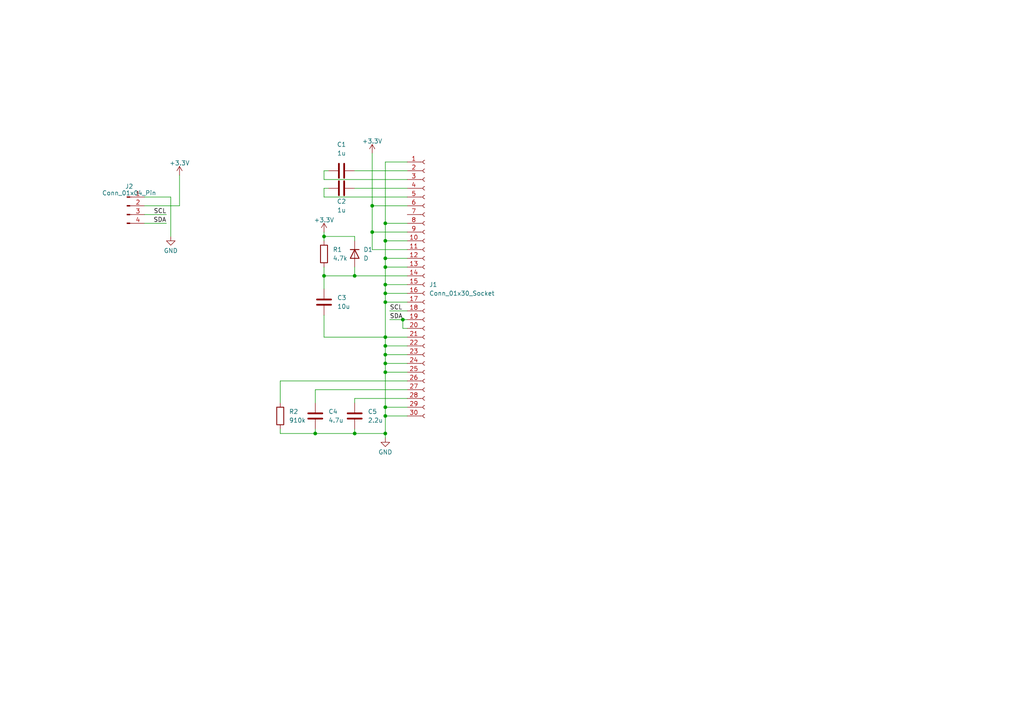
<source format=kicad_sch>
(kicad_sch (version 20231120) (generator "eeschema") (generator_version "8.0")
  (paper "A4")
  (lib_symbols
    (symbol "Connector:Conn_01x04_Pin" (pin_names (offset 1.016) hide)
      (property "Reference" "J" (at 0 5.08 0))
      (property "Value" "Conn_01x04_Pin" (at 0 -7.62 0))
      (symbol "Conn_01x04_Pin_1_1"
        (polyline (pts (xy 1.27 -5.08) (xy 0.8636 -5.08)) (stroke (width 0.1524)))
        (polyline (pts (xy 1.27 -2.54) (xy 0.8636 -2.54)) (stroke (width 0.1524)))
        (polyline (pts (xy 1.27 0) (xy 0.8636 0)) (stroke (width 0.1524)))
        (polyline (pts (xy 1.27 2.54) (xy 0.8636 2.54)) (stroke (width 0.1524)))
        (rectangle (start 0.8636 -4.953) (end 0 -5.207) (stroke (width 0.1524)) (fill (type outline)))
        (rectangle (start 0.8636 -2.413) (end 0 -2.667) (stroke (width 0.1524)) (fill (type outline)))
        (rectangle (start 0.8636 0.127) (end 0 -0.127) (stroke (width 0.1524)) (fill (type outline)))
        (rectangle (start 0.8636 2.667) (end 0 2.413) (stroke (width 0.1524)) (fill (type outline)))
        (pin passive line (at 5.08 2.54 180) (length 3.81) (name "Pin_1") (number "1"))
        (pin passive line (at 5.08 0 180) (length 3.81) (name "Pin_2") (number "2"))
        (pin passive line (at 5.08 -2.54 180) (length 3.81) (name "Pin_3") (number "3"))
        (pin passive line (at 5.08 -5.08 180) (length 3.81) (name "Pin_4") (number "4"))
      )
    )
    (symbol "Connector:Conn_01x30_Socket" (pin_names (offset 1.016) hide)
      (property "Reference" "J" (at 0 38.1 0))
      (property "Value" "Conn_01x30_Socket" (at 0 -40.64 0))
      (symbol "Conn_01x30_Socket_1_1"
        (arc (start 0 -37.592) (mid -0.5058 -38.1) (end 0 -38.608) (stroke (width 0.1524)))
        (arc (start 0 -35.052) (mid -0.5058 -35.56) (end 0 -36.068) (stroke (width 0.1524)))
        (arc (start 0 -32.512) (mid -0.5058 -33.02) (end 0 -33.528) (stroke (width 0.1524)))
        (arc (start 0 -29.972) (mid -0.5058 -30.48) (end 0 -30.988) (stroke (width 0.1524)))
        (arc (start 0 -27.432) (mid -0.5058 -27.94) (end 0 -28.448) (stroke (width 0.1524)))
        (arc (start 0 -24.892) (mid -0.5058 -25.4) (end 0 -25.908) (stroke (width 0.1524)))
        (arc (start 0 -22.352) (mid -0.5058 -22.86) (end 0 -23.368) (stroke (width 0.1524)))
        (arc (start 0 -19.812) (mid -0.5058 -20.32) (end 0 -20.828) (stroke (width 0.1524)))
        (arc (start 0 -17.272) (mid -0.5058 -17.78) (end 0 -18.288) (stroke (width 0.1524)))
        (arc (start 0 -14.732) (mid -0.5058 -15.24) (end 0 -15.748) (stroke (width 0.1524)))
        (arc (start 0 -12.192) (mid -0.5058 -12.7) (end 0 -13.208) (stroke (width 0.1524)))
        (arc (start 0 -9.652) (mid -0.5058 -10.16) (end 0 -10.668) (stroke (width 0.1524)))
        (arc (start 0 -7.112) (mid -0.5058 -7.62) (end 0 -8.128) (stroke (width 0.1524)))
        (arc (start 0 -4.572) (mid -0.5058 -5.08) (end 0 -5.588) (stroke (width 0.1524)))
        (arc (start 0 -2.032) (mid -0.5058 -2.54) (end 0 -3.048) (stroke (width 0.1524)))
        (polyline (pts (xy -1.27 -38.1) (xy -0.508 -38.1)) (stroke (width 0.1524)))
        (polyline (pts (xy -1.27 -35.56) (xy -0.508 -35.56)) (stroke (width 0.1524)))
        (polyline (pts (xy -1.27 -33.02) (xy -0.508 -33.02)) (stroke (width 0.1524)))
        (polyline (pts (xy -1.27 -30.48) (xy -0.508 -30.48)) (stroke (width 0.1524)))
        (polyline (pts (xy -1.27 -27.94) (xy -0.508 -27.94)) (stroke (width 0.1524)))
        (polyline (pts (xy -1.27 -25.4) (xy -0.508 -25.4)) (stroke (width 0.1524)))
        (polyline (pts (xy -1.27 -22.86) (xy -0.508 -22.86)) (stroke (width 0.1524)))
        (polyline (pts (xy -1.27 -20.32) (xy -0.508 -20.32)) (stroke (width 0.1524)))
        (polyline (pts (xy -1.27 -17.78) (xy -0.508 -17.78)) (stroke (width 0.1524)))
        (polyline (pts (xy -1.27 -15.24) (xy -0.508 -15.24)) (stroke (width 0.1524)))
        (polyline (pts (xy -1.27 -12.7) (xy -0.508 -12.7)) (stroke (width 0.1524)))
        (polyline (pts (xy -1.27 -10.16) (xy -0.508 -10.16)) (stroke (width 0.1524)))
        (polyline (pts (xy -1.27 -7.62) (xy -0.508 -7.62)) (stroke (width 0.1524)))
        (polyline (pts (xy -1.27 -5.08) (xy -0.508 -5.08)) (stroke (width 0.1524)))
        (polyline (pts (xy -1.27 -2.54) (xy -0.508 -2.54)) (stroke (width 0.1524)))
        (polyline (pts (xy -1.27 0) (xy -0.508 0)) (stroke (width 0.1524)))
        (polyline (pts (xy -1.27 2.54) (xy -0.508 2.54)) (stroke (width 0.1524)))
        (polyline (pts (xy -1.27 5.08) (xy -0.508 5.08)) (stroke (width 0.1524)))
        (polyline (pts (xy -1.27 7.62) (xy -0.508 7.62)) (stroke (width 0.1524)))
        (polyline (pts (xy -1.27 10.16) (xy -0.508 10.16)) (stroke (width 0.1524)))
        (polyline (pts (xy -1.27 12.7) (xy -0.508 12.7)) (stroke (width 0.1524)))
        (polyline (pts (xy -1.27 15.24) (xy -0.508 15.24)) (stroke (width 0.1524)))
        (polyline (pts (xy -1.27 17.78) (xy -0.508 17.78)) (stroke (width 0.1524)))
        (polyline (pts (xy -1.27 20.32) (xy -0.508 20.32)) (stroke (width 0.1524)))
        (polyline (pts (xy -1.27 22.86) (xy -0.508 22.86)) (stroke (width 0.1524)))
        (polyline (pts (xy -1.27 25.4) (xy -0.508 25.4)) (stroke (width 0.1524)))
        (polyline (pts (xy -1.27 27.94) (xy -0.508 27.94)) (stroke (width 0.1524)))
        (polyline (pts (xy -1.27 30.48) (xy -0.508 30.48)) (stroke (width 0.1524)))
        (polyline (pts (xy -1.27 33.02) (xy -0.508 33.02)) (stroke (width 0.1524)))
        (polyline (pts (xy -1.27 35.56) (xy -0.508 35.56)) (stroke (width 0.1524)))
        (arc (start 0 0.508) (mid -0.5058 0) (end 0 -0.508) (stroke (width 0.1524)))
        (arc (start 0 3.048) (mid -0.5058 2.54) (end 0 2.032) (stroke (width 0.1524)))
        (arc (start 0 5.588) (mid -0.5058 5.08) (end 0 4.572) (stroke (width 0.1524)))
        (arc (start 0 8.128) (mid -0.5058 7.62) (end 0 7.112) (stroke (width 0.1524)))
        (arc (start 0 10.668) (mid -0.5058 10.16) (end 0 9.652) (stroke (width 0.1524)))
        (arc (start 0 13.208) (mid -0.5058 12.7) (end 0 12.192) (stroke (width 0.1524)))
        (arc (start 0 15.748) (mid -0.5058 15.24) (end 0 14.732) (stroke (width 0.1524)))
        (arc (start 0 18.288) (mid -0.5058 17.78) (end 0 17.272) (stroke (width 0.1524)))
        (arc (start 0 20.828) (mid -0.5058 20.32) (end 0 19.812) (stroke (width 0.1524)))
        (arc (start 0 23.368) (mid -0.5058 22.86) (end 0 22.352) (stroke (width 0.1524)))
        (arc (start 0 25.908) (mid -0.5058 25.4) (end 0 24.892) (stroke (width 0.1524)))
        (arc (start 0 28.448) (mid -0.5058 27.94) (end 0 27.432) (stroke (width 0.1524)))
        (arc (start 0 30.988) (mid -0.5058 30.48) (end 0 29.972) (stroke (width 0.1524)))
        (arc (start 0 33.528) (mid -0.5058 33.02) (end 0 32.512) (stroke (width 0.1524)))
        (arc (start 0 36.068) (mid -0.5058 35.56) (end 0 35.052) (stroke (width 0.1524)))
        (pin passive line (at -5.08 35.56 0) (length 3.81) (name "Pin_1") (number "1"))
        (pin passive line (at -5.08 12.7 0) (length 3.81) (name "Pin_10") (number "10"))
        (pin passive line (at -5.08 10.16 0) (length 3.81) (name "Pin_11") (number "11"))
        (pin passive line (at -5.08 7.62 0) (length 3.81) (name "Pin_12") (number "12"))
        (pin passive line (at -5.08 5.08 0) (length 3.81) (name "Pin_13") (number "13"))
        (pin passive line (at -5.08 2.54 0) (length 3.81) (name "Pin_14") (number "14"))
        (pin passive line (at -5.08 0 0) (length 3.81) (name "Pin_15") (number "15"))
        (pin passive line (at -5.08 -2.54 0) (length 3.81) (name "Pin_16") (number "16"))
        (pin passive line (at -5.08 -5.08 0) (length 3.81) (name "Pin_17") (number "17"))
        (pin passive line (at -5.08 -7.62 0) (length 3.81) (name "Pin_18") (number "18"))
        (pin passive line (at -5.08 -10.16 0) (length 3.81) (name "Pin_19") (number "19"))
        (pin passive line (at -5.08 33.02 0) (length 3.81) (name "Pin_2") (number "2"))
        (pin passive line (at -5.08 -12.7 0) (length 3.81) (name "Pin_20") (number "20"))
        (pin passive line (at -5.08 -15.24 0) (length 3.81) (name "Pin_21") (number "21"))
        (pin passive line (at -5.08 -17.78 0) (length 3.81) (name "Pin_22") (number "22"))
        (pin passive line (at -5.08 -20.32 0) (length 3.81) (name "Pin_23") (number "23"))
        (pin passive line (at -5.08 -22.86 0) (length 3.81) (name "Pin_24") (number "24"))
        (pin passive line (at -5.08 -25.4 0) (length 3.81) (name "Pin_25") (number "25"))
        (pin passive line (at -5.08 -27.94 0) (length 3.81) (name "Pin_26") (number "26"))
        (pin passive line (at -5.08 -30.48 0) (length 3.81) (name "Pin_27") (number "27"))
        (pin passive line (at -5.08 -33.02 0) (length 3.81) (name "Pin_28") (number "28"))
        (pin passive line (at -5.08 -35.56 0) (length 3.81) (name "Pin_29") (number "29"))
        (pin passive line (at -5.08 30.48 0) (length 3.81) (name "Pin_3") (number "3"))
        (pin passive line (at -5.08 -38.1 0) (length 3.81) (name "Pin_30") (number "30"))
        (pin passive line (at -5.08 27.94 0) (length 3.81) (name "Pin_4") (number "4"))
        (pin passive line (at -5.08 25.4 0) (length 3.81) (name "Pin_5") (number "5"))
        (pin passive line (at -5.08 22.86 0) (length 3.81) (name "Pin_6") (number "6"))
        (pin passive line (at -5.08 20.32 0) (length 3.81) (name "Pin_7") (number "7"))
        (pin passive line (at -5.08 17.78 0) (length 3.81) (name "Pin_8") (number "8"))
        (pin passive line (at -5.08 15.24 0) (length 3.81) (name "Pin_9") (number "9"))
      )
    )
    (symbol "Device:C" (pin_numbers hide) (pin_names (offset 0.254))
      (property "Reference" "C" (at 0.635 2.54 0))
      (property "Value" "C" (at 0.635 -2.54 0))
      (symbol "C_0_1"
        (polyline (pts (xy -2.032 -0.762) (xy 2.032 -0.762)) (stroke (width 0.508)))
        (polyline (pts (xy -2.032 0.762) (xy 2.032 0.762)) (stroke (width 0.508)))
      )
      (symbol "C_1_1"
        (pin passive line (at 0 3.81 270) (length 2.794) (name "~") (number "1"))
        (pin passive line (at 0 -3.81 90) (length 2.794) (name "~") (number "2"))
      )
    )
    (symbol "Device:D" (pin_numbers hide) (pin_names (offset 1.016) hide)
      (property "Reference" "D" (at 0 2.54 0))
      (property "Value" "D" (at 0 -2.54 0))
      (symbol "D_0_1"
        (polyline (pts (xy -1.27 1.27) (xy -1.27 -1.27)) (stroke (width 0.254)))
        (polyline (pts (xy 1.27 0) (xy -1.27 0)))
        (polyline (pts (xy 1.27 1.27) (xy 1.27 -1.27) (xy -1.27 0) (xy 1.27 1.27)) (stroke (width 0.254)))
      )
      (symbol "D_1_1"
        (pin passive line (at -3.81 0 0) (length 2.54) (name "K") (number "1"))
        (pin passive line (at 3.81 0 180) (length 2.54) (name "A") (number "2"))
      )
    )
    (symbol "Device:R" (pin_numbers hide) (pin_names (offset 0))
      (property "Reference" "R" (at 2.032 0 90))
      (property "Value" "R" (at 0 0 90))
      (symbol "R_0_1"
        (rectangle (start -1.016 -2.54) (end 1.016 2.54) (stroke (width 0.254)))
      )
      (symbol "R_1_1"
        (pin passive line (at 0 3.81 270) (length 1.27) (name "~") (number "1"))
        (pin passive line (at 0 -3.81 90) (length 1.27) (name "~") (number "2"))
      )
    )
    (symbol "power:+3.3V" (power) (pin_names (offset 0))
      (property "Value" "+3.3V" (at 0 3.556 0))
      (symbol "+3.3V_0_1"
        (polyline (pts (xy -0.762 1.27) (xy 0 2.54)))
        (polyline (pts (xy 0 0) (xy 0 2.54)))
        (polyline (pts (xy 0 2.54) (xy 0.762 1.27)))
      )
      (symbol "+3.3V_1_1"
        (pin power_in line (at 0 0 90) (length 0) hide (name "+3.3V") (number "1"))
      )
    )
    (symbol "power:GND" (power) (pin_names (offset 0))
      (property "Value" "GND" (at 0 -3.81 0))
      (symbol "GND_0_1"
        (polyline (pts (xy 0 0) (xy 0 -1.27) (xy 1.27 -1.27) (xy 0 -2.54) (xy -1.27 -1.27) (xy 0 -1.27)))
      )
      (symbol "GND_1_1"
        (pin power_in line (at 0 0 270) (length 0) hide (name "GND") (number "1"))
      )
    )
  )
  (junction (at 111.76 85.09))
  (junction (at 111.76 97.79))
  (junction (at 107.95 59.69))
  (junction (at 111.76 64.77))
  (junction (at 102.87 80.01))
  (junction (at 111.76 125.73))
  (junction (at 111.76 100.33))
  (junction (at 111.76 120.65))
  (junction (at 93.98 68.58))
  (junction (at 111.76 74.93))
  (junction (at 111.76 82.55))
  (junction (at 111.76 107.95))
  (junction (at 111.76 118.11))
  (junction (at 102.87 125.73))
  (junction (at 111.76 87.63))
  (junction (at 116.84 92.71))
  (junction (at 111.76 69.85))
  (junction (at 107.95 67.31))
  (junction (at 91.44 125.73))
  (junction (at 111.76 102.87))
  (junction (at 111.76 77.47))
  (junction (at 93.98 80.01))
  (junction (at 111.76 105.41))
  (wire (pts (xy 93.98 97.79) (xy 111.76 97.79)))
  (wire (pts (xy 93.98 68.58) (xy 102.87 68.58)))
  (wire (pts (xy 111.76 102.87) (xy 111.76 105.41)))
  (wire (pts (xy 93.98 68.58) (xy 93.98 69.85)))
  (wire (pts (xy 81.28 110.49) (xy 81.28 116.84)))
  (wire (pts (xy 113.03 92.71) (xy 116.84 92.71)))
  (wire (pts (xy 49.53 57.15) (xy 49.53 68.58)))
  (wire (pts (xy 111.76 125.73) (xy 111.76 127)))
  (wire (pts (xy 111.76 100.33) (xy 111.76 102.87)))
  (wire (pts (xy 52.07 50.8) (xy 52.07 59.69)))
  (wire (pts (xy 118.11 72.39) (xy 107.95 72.39)))
  (wire (pts (xy 102.87 115.57) (xy 118.11 115.57)))
  (wire (pts (xy 93.98 52.07) (xy 93.98 49.53)))
  (wire (pts (xy 93.98 80.01) (xy 102.87 80.01)))
  (wire (pts (xy 93.98 91.44) (xy 93.98 97.79)))
  (wire (pts (xy 81.28 124.46) (xy 81.28 125.73)))
  (wire (pts (xy 41.91 59.69) (xy 52.07 59.69)))
  (wire (pts (xy 111.76 74.93) (xy 118.11 74.93)))
  (wire (pts (xy 107.95 67.31) (xy 107.95 59.69)))
  (wire (pts (xy 111.76 97.79) (xy 111.76 100.33)))
  (wire (pts (xy 91.44 113.03) (xy 118.11 113.03)))
  (wire (pts (xy 91.44 124.46) (xy 91.44 125.73)))
  (wire (pts (xy 118.11 52.07) (xy 93.98 52.07)))
  (wire (pts (xy 111.76 77.47) (xy 111.76 82.55)))
  (wire (pts (xy 102.87 125.73) (xy 111.76 125.73)))
  (wire (pts (xy 118.11 59.69) (xy 107.95 59.69)))
  (wire (pts (xy 111.76 85.09) (xy 111.76 87.63)))
  (wire (pts (xy 111.76 82.55) (xy 118.11 82.55)))
  (wire (pts (xy 102.87 115.57) (xy 102.87 116.84)))
  (wire (pts (xy 118.11 118.11) (xy 111.76 118.11)))
  (wire (pts (xy 111.76 77.47) (xy 118.11 77.47)))
  (wire (pts (xy 111.76 69.85) (xy 111.76 74.93)))
  (wire (pts (xy 93.98 80.01) (xy 93.98 83.82)))
  (wire (pts (xy 116.84 92.71) (xy 118.11 92.71)))
  (wire (pts (xy 48.26 62.23) (xy 41.91 62.23)))
  (wire (pts (xy 111.76 102.87) (xy 118.11 102.87)))
  (wire (pts (xy 111.76 105.41) (xy 118.11 105.41)))
  (wire (pts (xy 111.76 85.09) (xy 118.11 85.09)))
  (wire (pts (xy 41.91 64.77) (xy 48.26 64.77)))
  (wire (pts (xy 118.11 57.15) (xy 93.98 57.15)))
  (wire (pts (xy 113.03 90.17) (xy 118.11 90.17)))
  (wire (pts (xy 111.76 118.11) (xy 111.76 120.65)))
  (wire (pts (xy 107.95 59.69) (xy 107.95 44.45)))
  (wire (pts (xy 111.76 87.63) (xy 118.11 87.63)))
  (wire (pts (xy 111.76 120.65) (xy 111.76 125.73)))
  (wire (pts (xy 116.84 95.25) (xy 116.84 92.71)))
  (wire (pts (xy 111.76 107.95) (xy 111.76 118.11)))
  (wire (pts (xy 102.87 77.47) (xy 102.87 80.01)))
  (wire (pts (xy 111.76 105.41) (xy 111.76 107.95)))
  (wire (pts (xy 118.11 80.01) (xy 102.87 80.01)))
  (wire (pts (xy 111.76 87.63) (xy 111.76 97.79)))
  (wire (pts (xy 111.76 97.79) (xy 118.11 97.79)))
  (wire (pts (xy 102.87 54.61) (xy 118.11 54.61)))
  (wire (pts (xy 118.11 110.49) (xy 81.28 110.49)))
  (wire (pts (xy 111.76 64.77) (xy 111.76 69.85)))
  (wire (pts (xy 93.98 49.53) (xy 95.25 49.53)))
  (wire (pts (xy 118.11 95.25) (xy 116.84 95.25)))
  (wire (pts (xy 93.98 57.15) (xy 93.98 54.61)))
  (wire (pts (xy 111.76 100.33) (xy 118.11 100.33)))
  (wire (pts (xy 81.28 125.73) (xy 91.44 125.73)))
  (wire (pts (xy 102.87 124.46) (xy 102.87 125.73)))
  (wire (pts (xy 93.98 77.47) (xy 93.98 80.01)))
  (wire (pts (xy 107.95 72.39) (xy 107.95 67.31)))
  (wire (pts (xy 41.91 57.15) (xy 49.53 57.15)))
  (wire (pts (xy 93.98 67.31) (xy 93.98 68.58)))
  (wire (pts (xy 111.76 69.85) (xy 118.11 69.85)))
  (wire (pts (xy 91.44 113.03) (xy 91.44 116.84)))
  (wire (pts (xy 102.87 49.53) (xy 118.11 49.53)))
  (wire (pts (xy 111.76 74.93) (xy 111.76 77.47)))
  (wire (pts (xy 118.11 67.31) (xy 107.95 67.31)))
  (wire (pts (xy 91.44 125.73) (xy 102.87 125.73)))
  (wire (pts (xy 111.76 46.99) (xy 111.76 64.77)))
  (wire (pts (xy 111.76 107.95) (xy 118.11 107.95)))
  (wire (pts (xy 118.11 120.65) (xy 111.76 120.65)))
  (wire (pts (xy 118.11 64.77) (xy 111.76 64.77)))
  (wire (pts (xy 118.11 46.99) (xy 111.76 46.99)))
  (wire (pts (xy 111.76 82.55) (xy 111.76 85.09)))
  (wire (pts (xy 93.98 54.61) (xy 95.25 54.61)))
  (wire (pts (xy 102.87 69.85) (xy 102.87 68.58)))
  (label "SDA" (at 113.03 92.71 0))
  (label "SDA" (at 48.26 64.77 180))
  (label "SCL" (at 113.03 90.17 0))
  (label "SCL" (at 48.26 62.23 180))
  (symbol (lib_id "Device:C") (at 99.06 54.61 90) (unit 1)
    (property "Reference" "C2" (at 99.06 58.42 90))
    (property "Value" "1u" (at 99.06 60.96 90))
    (property "Footprint" "Capacitor_SMD:C_0603_1608Metric" (effects (hide yes)))
  )
  (symbol (lib_id "Device:C") (at 102.87 120.65 180) (unit 1)
    (property "Reference" "C5" (at 106.68 119.38 0) (effects (justify right)))
    (property "Value" "2.2u" (at 106.68 121.92 0) (effects (justify right)))
    (property "Footprint" "Capacitor_SMD:C_0603_1608Metric" (effects (hide yes)))
  )
  (symbol (lib_id "Device:R") (at 81.28 120.65 180) (unit 1)
    (property "Reference" "R2" (at 83.82 119.38 0) (effects (justify right)))
    (property "Value" "910k" (at 83.82 121.92 0) (effects (justify right)))
    (property "Footprint" "Resistor_SMD:R_0603_1608Metric" (effects (hide yes)))
  )
  (symbol (lib_id "power:+3.3V") (at 93.98 67.31 0) (unit 1)
    (property "Reference" "#PWR02" (effects (hide yes)))
    (property "Value" "+3.3V" (at 93.98 63.8081 0))
  )
  (symbol (lib_id "Device:R") (at 93.98 73.66 180) (unit 1)
    (property "Reference" "R1" (at 96.52 72.39 0) (effects (justify right)))
    (property "Value" "4.7k" (at 96.52 74.93 0) (effects (justify right)))
    (property "Footprint" "Resistor_SMD:R_0603_1608Metric" (effects (hide yes)))
  )
  (symbol (lib_id "Device:C") (at 93.98 87.63 180) (unit 1)
    (property "Reference" "C3" (at 97.79 86.36 0) (effects (justify right)))
    (property "Value" "10u" (at 97.79 88.9 0) (effects (justify right)))
    (property "Footprint" "Capacitor_SMD:C_0603_1608Metric" (effects (hide yes)))
  )
  (symbol (lib_id "Device:C") (at 91.44 120.65 180) (unit 1)
    (property "Reference" "C4" (at 95.25 119.38 0) (effects (justify right)))
    (property "Value" "4.7u" (at 95.25 121.92 0) (effects (justify right)))
    (property "Footprint" "Capacitor_SMD:C_0603_1608Metric" (effects (hide yes)))
  )
  (symbol (lib_id "power:+3.3V") (at 52.07 50.8 0) (unit 1)
    (property "Reference" "#PWR04" (effects (hide yes)))
    (property "Value" "+3.3V" (at 52.07 47.2981 0))
  )
  (symbol (lib_id "Device:C") (at 99.06 49.53 90) (unit 1)
    (property "Reference" "C1" (at 99.06 41.91 90))
    (property "Value" "1u" (at 99.06 44.45 90))
    (property "Footprint" "Capacitor_SMD:C_0603_1608Metric" (effects (hide yes)))
  )
  (symbol (lib_id "power:+3.3V") (at 107.95 44.45 0) (unit 1)
    (property "Reference" "#PWR01" (effects (hide yes)))
    (property "Value" "+3.3V" (at 107.95 40.9481 0))
  )
  (symbol (lib_id "power:GND") (at 49.53 68.58 0) (unit 1)
    (property "Reference" "#PWR05" (effects (hide yes)))
    (property "Value" "GND" (at 49.53 72.7155 0))
  )
  (symbol (lib_id "power:GND") (at 111.76 127 0) (unit 1)
    (property "Reference" "#PWR03" (effects (hide yes)))
    (property "Value" "GND" (at 111.76 131.1355 0))
  )
  (symbol (lib_id "Connector:Conn_01x04_Pin") (at 36.83 59.69 0) (unit 1)
    (property "Reference" "J2" (at 37.465 54.0639 0))
    (property "Value" "Conn_01x04_Pin" (at 37.465 55.9849 0))
    (property "Footprint" "Connector_FFC-FPC_Edge:FFC-FPC_1mm_1x04" (effects (hide yes)))
  )
  (symbol (lib_id "Connector:Conn_01x30_Socket") (at 123.19 82.55 0) (unit 1)
    (property "Reference" "J1" (at 124.46 82.55 0) (effects (justify left)))
    (property "Value" "Conn_01x30_Socket" (at 124.46 85.09 0) (effects (justify left)))
    (property "Footprint" "Display:OLED-128O064D" (effects (hide yes)))
  )
  (symbol (lib_id "Device:D") (at 102.87 73.66 270) (unit 1)
    (property "Reference" "D1" (at 105.41 72.39 90) (effects (justify left)))
    (property "Value" "D" (at 105.41 74.93 90) (effects (justify left)))
    (property "Footprint" "Diode_SMD:D_0603_1608Metric" (effects (hide yes)))
    (property "Sim.Device" "D" (effects (hide yes)))
    (property "Sim.Pins" "1=K 2=A" (effects (hide yes)))
  )
)
</source>
